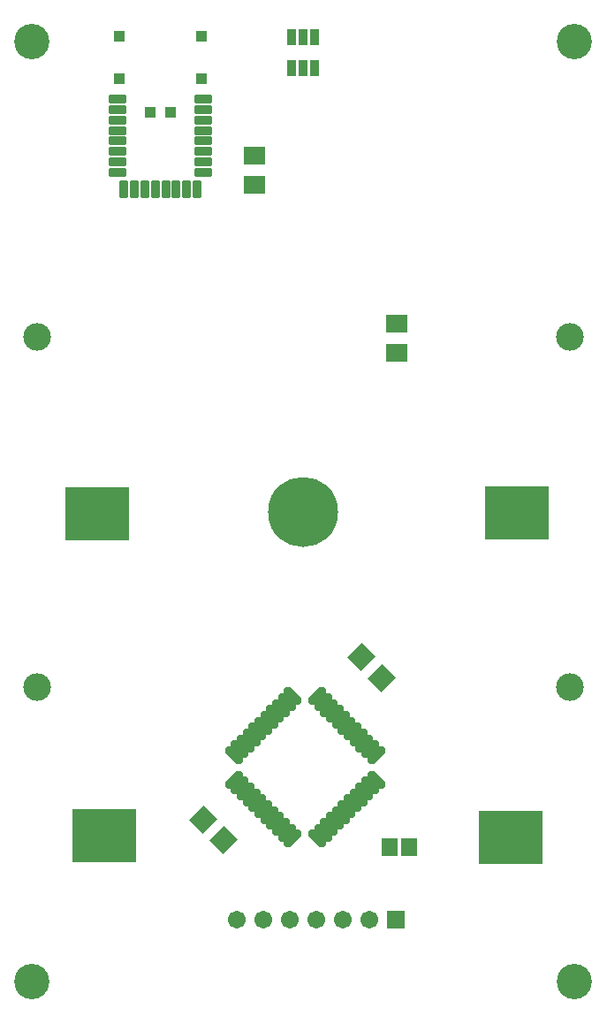
<source format=gts>
%FSAX24Y24*%
%MOIN*%
G70*
G01*
G75*
G04 Layer_Color=8388736*
G04:AMPARAMS|DCode=10|XSize=24mil|YSize=59.1mil|CornerRadius=0.6mil|HoleSize=0mil|Usage=FLASHONLY|Rotation=90.000|XOffset=0mil|YOffset=0mil|HoleType=Round|Shape=RoundedRectangle|*
%AMROUNDEDRECTD10*
21,1,0.0240,0.0579,0,0,90.0*
21,1,0.0228,0.0591,0,0,90.0*
1,1,0.0012,0.0289,0.0114*
1,1,0.0012,0.0289,-0.0114*
1,1,0.0012,-0.0289,-0.0114*
1,1,0.0012,-0.0289,0.0114*
%
%ADD10ROUNDEDRECTD10*%
G04:AMPARAMS|DCode=11|XSize=24mil|YSize=59.1mil|CornerRadius=0.6mil|HoleSize=0mil|Usage=FLASHONLY|Rotation=0.000|XOffset=0mil|YOffset=0mil|HoleType=Round|Shape=RoundedRectangle|*
%AMROUNDEDRECTD11*
21,1,0.0240,0.0579,0,0,0.0*
21,1,0.0228,0.0591,0,0,0.0*
1,1,0.0012,0.0114,-0.0289*
1,1,0.0012,-0.0114,-0.0289*
1,1,0.0012,-0.0114,0.0289*
1,1,0.0012,0.0114,0.0289*
%
%ADD11ROUNDEDRECTD11*%
%ADD12R,0.2362X0.1969*%
%ADD13R,0.0276X0.0512*%
G04:AMPARAMS|DCode=14|XSize=21.7mil|YSize=68.9mil|CornerRadius=0mil|HoleSize=0mil|Usage=FLASHONLY|Rotation=45.000|XOffset=0mil|YOffset=0mil|HoleType=Round|Shape=Round|*
%AMOVALD14*
21,1,0.0472,0.0217,0.0000,0.0000,135.0*
1,1,0.0217,0.0167,-0.0167*
1,1,0.0217,-0.0167,0.0167*
%
%ADD14OVALD14*%

G04:AMPARAMS|DCode=15|XSize=21.7mil|YSize=68.9mil|CornerRadius=0mil|HoleSize=0mil|Usage=FLASHONLY|Rotation=135.000|XOffset=0mil|YOffset=0mil|HoleType=Round|Shape=Round|*
%AMOVALD15*
21,1,0.0472,0.0217,0.0000,0.0000,225.0*
1,1,0.0217,0.0167,0.0167*
1,1,0.0217,-0.0167,-0.0167*
%
%ADD15OVALD15*%

G04:AMPARAMS|DCode=16|XSize=70.9mil|YSize=63mil|CornerRadius=0mil|HoleSize=0mil|Usage=FLASHONLY|Rotation=225.000|XOffset=0mil|YOffset=0mil|HoleType=Round|Shape=Rectangle|*
%AMROTATEDRECTD16*
4,1,4,0.0028,0.0473,0.0473,0.0028,-0.0028,-0.0473,-0.0473,-0.0028,0.0028,0.0473,0.0*
%
%ADD16ROTATEDRECTD16*%

%ADD17R,0.0709X0.0630*%
%ADD18R,0.0512X0.0591*%
%ADD19C,0.0079*%
%ADD20R,0.0394X0.0394*%
%ADD21C,0.0591*%
%ADD22R,0.0591X0.0591*%
%ADD23C,0.1250*%
%ADD24C,0.0961*%
%ADD25C,0.0394*%
%ADD26C,0.2559*%
%ADD27R,0.0984X0.0591*%
%ADD28C,0.0100*%
%ADD29C,0.0236*%
%ADD30C,0.0098*%
%ADD31C,0.0050*%
%ADD32R,0.1575X0.1575*%
G04:AMPARAMS|DCode=33|XSize=32mil|YSize=67.1mil|CornerRadius=4.6mil|HoleSize=0mil|Usage=FLASHONLY|Rotation=90.000|XOffset=0mil|YOffset=0mil|HoleType=Round|Shape=RoundedRectangle|*
%AMROUNDEDRECTD33*
21,1,0.0320,0.0579,0,0,90.0*
21,1,0.0228,0.0671,0,0,90.0*
1,1,0.0092,0.0289,0.0114*
1,1,0.0092,0.0289,-0.0114*
1,1,0.0092,-0.0289,-0.0114*
1,1,0.0092,-0.0289,0.0114*
%
%ADD33ROUNDEDRECTD33*%
G04:AMPARAMS|DCode=34|XSize=32mil|YSize=67.1mil|CornerRadius=4.6mil|HoleSize=0mil|Usage=FLASHONLY|Rotation=0.000|XOffset=0mil|YOffset=0mil|HoleType=Round|Shape=RoundedRectangle|*
%AMROUNDEDRECTD34*
21,1,0.0320,0.0579,0,0,0.0*
21,1,0.0228,0.0671,0,0,0.0*
1,1,0.0092,0.0114,-0.0289*
1,1,0.0092,-0.0114,-0.0289*
1,1,0.0092,-0.0114,0.0289*
1,1,0.0092,0.0114,0.0289*
%
%ADD34ROUNDEDRECTD34*%
%ADD35R,0.2442X0.2049*%
%ADD36R,0.0356X0.0592*%
G04:AMPARAMS|DCode=37|XSize=37.4mil|YSize=84.6mil|CornerRadius=0mil|HoleSize=0mil|Usage=FLASHONLY|Rotation=45.000|XOffset=0mil|YOffset=0mil|HoleType=Round|Shape=Round|*
%AMOVALD37*
21,1,0.0472,0.0374,0.0000,0.0000,135.0*
1,1,0.0374,0.0167,-0.0167*
1,1,0.0374,-0.0167,0.0167*
%
%ADD37OVALD37*%

G04:AMPARAMS|DCode=38|XSize=37.4mil|YSize=84.6mil|CornerRadius=0mil|HoleSize=0mil|Usage=FLASHONLY|Rotation=135.000|XOffset=0mil|YOffset=0mil|HoleType=Round|Shape=Round|*
%AMOVALD38*
21,1,0.0472,0.0374,0.0000,0.0000,225.0*
1,1,0.0374,0.0167,0.0167*
1,1,0.0374,-0.0167,-0.0167*
%
%ADD38OVALD38*%

G04:AMPARAMS|DCode=39|XSize=78.9mil|YSize=71mil|CornerRadius=0mil|HoleSize=0mil|Usage=FLASHONLY|Rotation=225.000|XOffset=0mil|YOffset=0mil|HoleType=Round|Shape=Rectangle|*
%AMROTATEDRECTD39*
4,1,4,0.0028,0.0530,0.0530,0.0028,-0.0028,-0.0530,-0.0530,-0.0028,0.0028,0.0530,0.0*
%
%ADD39ROTATEDRECTD39*%

%ADD40R,0.0789X0.0710*%
%ADD41R,0.0592X0.0671*%
%ADD42C,0.0671*%
%ADD43R,0.0671X0.0671*%
%ADD44C,0.1330*%
%ADD45C,0.1041*%
%ADD46C,0.2639*%
D20*
X027941Y047746D02*
D03*
X027939Y049321D02*
D03*
X024860D02*
D03*
Y047746D02*
D03*
X026793Y046461D02*
D03*
X026006Y046470D02*
D03*
D33*
X024781Y046959D02*
D03*
Y046565D02*
D03*
Y046171D02*
D03*
Y045778D02*
D03*
Y045384D02*
D03*
Y044990D02*
D03*
Y044596D02*
D03*
Y044203D02*
D03*
X028010D02*
D03*
Y044596D02*
D03*
Y044990D02*
D03*
Y045384D02*
D03*
Y045778D02*
D03*
Y046171D02*
D03*
Y046565D02*
D03*
Y046959D02*
D03*
D34*
X025022Y043573D02*
D03*
X025415D02*
D03*
X025809D02*
D03*
X026203D02*
D03*
X026596D02*
D03*
X026990D02*
D03*
X027384D02*
D03*
X027778D02*
D03*
D35*
X039606Y019134D02*
D03*
X039843Y031378D02*
D03*
X024291Y019213D02*
D03*
X024016Y031339D02*
D03*
D36*
X031348Y049282D02*
D03*
Y048120D02*
D03*
X031781Y049282D02*
D03*
Y048120D02*
D03*
X032215Y049282D02*
D03*
Y048120D02*
D03*
D37*
X029164Y022231D02*
D03*
X029387Y022454D02*
D03*
X029609Y022676D02*
D03*
X029832Y022899D02*
D03*
X030055Y023122D02*
D03*
X030278Y023345D02*
D03*
X030500Y023567D02*
D03*
X030723Y023790D02*
D03*
X030946Y024013D02*
D03*
X031168Y024235D02*
D03*
X031391Y024458D02*
D03*
X034537Y021312D02*
D03*
X034314Y021090D02*
D03*
X034091Y020867D02*
D03*
X033869Y020644D02*
D03*
X033646Y020421D02*
D03*
X033423Y020199D02*
D03*
X033201Y019976D02*
D03*
X032978Y019753D02*
D03*
X032755Y019531D02*
D03*
X032532Y019308D02*
D03*
X032310Y019085D02*
D03*
D38*
Y024458D02*
D03*
X032532Y024235D02*
D03*
X032755Y024013D02*
D03*
X032978Y023790D02*
D03*
X033201Y023567D02*
D03*
X033423Y023345D02*
D03*
X033646Y023122D02*
D03*
X033869Y022899D02*
D03*
X034091Y022676D02*
D03*
X034314Y022454D02*
D03*
X034537Y022231D02*
D03*
X031391Y019085D02*
D03*
X031168Y019308D02*
D03*
X030946Y019531D02*
D03*
X030723Y019753D02*
D03*
X030500Y019976D02*
D03*
X030278Y020199D02*
D03*
X030055Y020421D02*
D03*
X029832Y020644D02*
D03*
X029609Y020867D02*
D03*
X029387Y021090D02*
D03*
X029164Y021312D02*
D03*
D39*
X033975Y025921D02*
D03*
X034755Y025141D02*
D03*
X028000Y019795D02*
D03*
X028780Y019016D02*
D03*
D40*
X029961Y043740D02*
D03*
Y044843D02*
D03*
X035315Y038504D02*
D03*
Y037402D02*
D03*
D41*
X035787Y018750D02*
D03*
X035039D02*
D03*
D42*
X029291Y016043D02*
D03*
X030291D02*
D03*
X031291D02*
D03*
X032291D02*
D03*
X034291D02*
D03*
X033291D02*
D03*
D43*
X035291D02*
D03*
D44*
X021555Y013681D02*
D03*
X042028D02*
D03*
Y049114D02*
D03*
X021555D02*
D03*
D45*
X041831Y037992D02*
D03*
Y024803D02*
D03*
X021752Y037992D02*
D03*
Y024803D02*
D03*
D46*
X031791Y031398D02*
D03*
M02*

</source>
